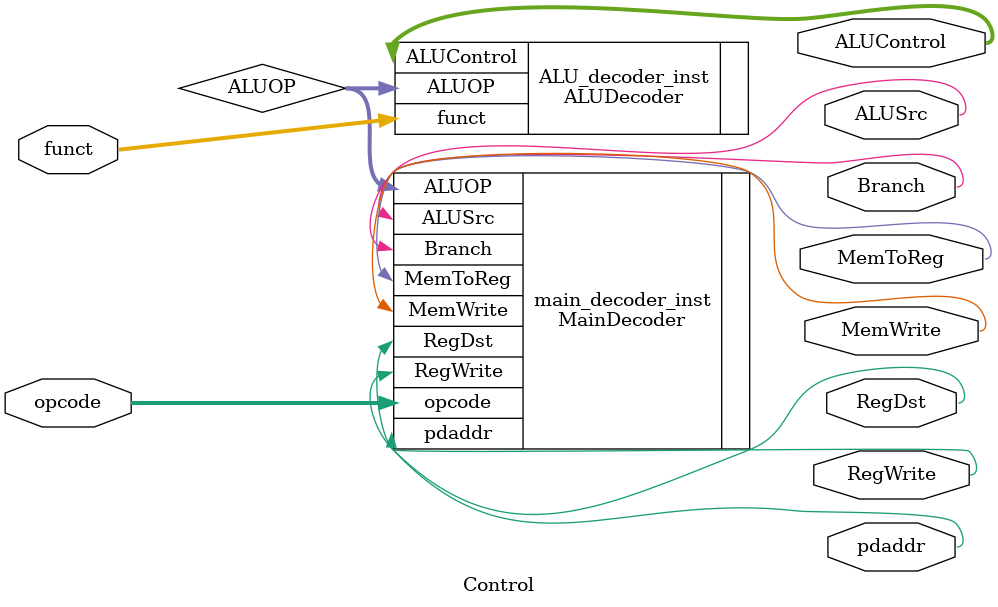
<source format=v>
`timescale 1ns / 1ps
module Control(
    opcode, funct,
    MemToReg, MemWrite, Branch, ALUSrc, RegDst, RegWrite, ALUControl, pdaddr
);

input [5:0] opcode, funct;
output MemToReg, MemWrite, Branch, ALUSrc, RegDst, RegWrite, pdaddr;
output [2:0] ALUControl;

wire [1:0] ALUOP;

MainDecoder main_decoder_inst(
    .opcode(opcode),
    .MemToReg(MemToReg),
    .MemWrite(MemWrite),
    .Branch(Branch),
    .ALUSrc(ALUSrc),
    .RegDst(RegDst),
    .RegWrite(RegWrite),
    .ALUOP(ALUOP),
    .pdaddr(pdaddr)
);

ALUDecoder ALU_decoder_inst(
    .ALUOP(ALUOP),
    .funct(funct),
    .ALUControl(ALUControl)
);

endmodule


</source>
